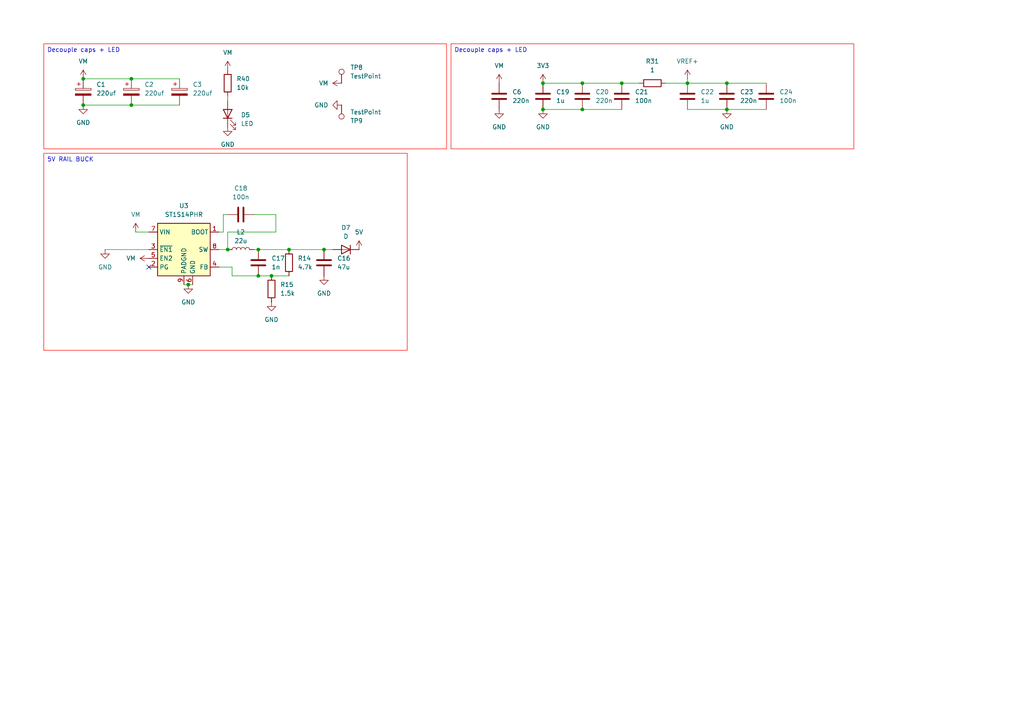
<source format=kicad_sch>
(kicad_sch (version 20231120) (generator "eeschema") (generator_version "8.0")
  (paper "A4")
  (lib_symbols
    (symbol "Connector:TestPoint" (pin_numbers hide) (pin_names (offset 0.762) hide)
      (property "Reference" "TP" (at 0 6.858 0))
      (property "Value" "TestPoint" (at 0 5.08 0))
      (symbol "TestPoint_0_1"
        (circle (center 0 3.302) (radius 0.762))
      )
      (symbol "TestPoint_1_1"
        (pin passive line (at 0 0 90) (length 2.54) (name "1") (number "1"))
      )
    )
    (symbol "Device:C" (pin_numbers hide) (pin_names (offset 0.254))
      (property "Reference" "C" (at 0.635 2.54 0))
      (property "Value" "C" (at 0.635 -2.54 0))
      (symbol "C_0_1"
        (polyline (pts (xy -2.032 -0.762) (xy 2.032 -0.762)) (stroke (width 0.508)))
        (polyline (pts (xy -2.032 0.762) (xy 2.032 0.762)) (stroke (width 0.508)))
      )
      (symbol "C_1_1"
        (pin passive line (at 0 3.81 270) (length 2.794) (name "~") (number "1"))
        (pin passive line (at 0 -3.81 90) (length 2.794) (name "~") (number "2"))
      )
    )
    (symbol "Device:C_Polarized" (pin_numbers hide) (pin_names (offset 0.254))
      (property "Reference" "C" (at 0.635 2.54 0))
      (property "Value" "C_Polarized" (at 0.635 -2.54 0))
      (symbol "C_Polarized_0_1"
        (rectangle (start -2.286 0.508) (end 2.286 1.016))
        (polyline (pts (xy -1.778 2.286) (xy -0.762 2.286)))
        (polyline (pts (xy -1.27 2.794) (xy -1.27 1.778)))
        (rectangle (start 2.286 -0.508) (end -2.286 -1.016) (fill (type outline)))
      )
      (symbol "C_Polarized_1_1"
        (pin passive line (at 0 3.81 270) (length 2.794) (name "~") (number "1"))
        (pin passive line (at 0 -3.81 90) (length 2.794) (name "~") (number "2"))
      )
    )
    (symbol "Device:D" (pin_numbers hide) (pin_names (offset 1.016) hide)
      (property "Reference" "D" (at 0 2.54 0))
      (property "Value" "D" (at 0 -2.54 0))
      (symbol "D_0_1"
        (polyline (pts (xy -1.27 1.27) (xy -1.27 -1.27)) (stroke (width 0.254)))
        (polyline (pts (xy 1.27 0) (xy -1.27 0)))
        (polyline (pts (xy 1.27 1.27) (xy 1.27 -1.27) (xy -1.27 0) (xy 1.27 1.27)) (stroke (width 0.254)))
      )
      (symbol "D_1_1"
        (pin passive line (at -3.81 0 0) (length 2.54) (name "K") (number "1"))
        (pin passive line (at 3.81 0 180) (length 2.54) (name "A") (number "2"))
      )
    )
    (symbol "Device:L" (pin_numbers hide) (pin_names (offset 1.016) hide)
      (property "Reference" "L" (at -1.27 0 90))
      (property "Value" "L" (at 1.905 0 90))
      (symbol "L_0_1"
        (arc (start 0 -2.54) (mid 0.6323 -1.905) (end 0 -1.27))
        (arc (start 0 -1.27) (mid 0.6323 -0.635) (end 0 0))
        (arc (start 0 0) (mid 0.6323 0.635) (end 0 1.27))
        (arc (start 0 1.27) (mid 0.6323 1.905) (end 0 2.54))
      )
      (symbol "L_1_1"
        (pin passive line (at 0 3.81 270) (length 1.27) (name "1") (number "1"))
        (pin passive line (at 0 -3.81 90) (length 1.27) (name "2") (number "2"))
      )
    )
    (symbol "Device:LED" (pin_numbers hide) (pin_names (offset 1.016) hide)
      (property "Reference" "D" (at 0 2.54 0))
      (property "Value" "LED" (at 0 -2.54 0))
      (symbol "LED_0_1"
        (polyline (pts (xy -1.27 -1.27) (xy -1.27 1.27)) (stroke (width 0.254)))
        (polyline (pts (xy -1.27 0) (xy 1.27 0)))
        (polyline (pts (xy 1.27 -1.27) (xy 1.27 1.27) (xy -1.27 0) (xy 1.27 -1.27)) (stroke (width 0.254)))
        (polyline (pts (xy -3.048 -0.762) (xy -4.572 -2.286) (xy -3.81 -2.286) (xy -4.572 -2.286) (xy -4.572 -1.524)))
        (polyline (pts (xy -1.778 -0.762) (xy -3.302 -2.286) (xy -2.54 -2.286) (xy -3.302 -2.286) (xy -3.302 -1.524)))
      )
      (symbol "LED_1_1"
        (pin passive line (at -3.81 0 0) (length 2.54) (name "K") (number "1"))
        (pin passive line (at 3.81 0 180) (length 2.54) (name "A") (number "2"))
      )
    )
    (symbol "Device:R" (pin_numbers hide) (pin_names (offset 0))
      (property "Reference" "R" (at 2.032 0 90))
      (property "Value" "R" (at 0 0 90))
      (symbol "R_0_1"
        (rectangle (start -1.016 -2.54) (end 1.016 2.54) (stroke (width 0.254)))
      )
      (symbol "R_1_1"
        (pin passive line (at 0 3.81 270) (length 1.27) (name "~") (number "1"))
        (pin passive line (at 0 -3.81 90) (length 1.27) (name "~") (number "2"))
      )
    )
    (symbol "Regulator_Switching:ST1S14PHR"
      (property "Reference" "U" (at -8.255 8.89 0))
      (property "Value" "ST1S14PHR" (at 0 8.89 0))
      (symbol "ST1S14PHR_0_1"
        (rectangle (start 7.62 7.62) (end -7.62 -7.62) (stroke (width 0.254)) (fill (type background)))
      )
      (symbol "ST1S14PHR_1_1"
        (pin input line (at 10.16 5.08 180) (length 2.54) (name "BOOT") (number "1"))
        (pin output line (at -10.16 -5.08 0) (length 2.54) (name "PG") (number "2"))
        (pin input line (at -10.16 0 0) (length 2.54) (name "~{EN1}") (number "3"))
        (pin input line (at 10.16 -5.08 180) (length 2.54) (name "FB") (number "4"))
        (pin input line (at -10.16 -2.54 0) (length 2.54) (name "EN2") (number "5"))
        (pin power_in line (at 2.54 -10.16 90) (length 2.54) (name "GND") (number "6"))
        (pin power_in line (at -10.16 5.08 0) (length 2.54) (name "VIN") (number "7"))
        (pin output line (at 10.16 0 180) (length 2.54) (name "SW") (number "8"))
        (pin power_in line (at 0 -10.16 90) (length 2.54) (name "PADGND") (number "9"))
      )
    )
    (symbol "power:GND" (power) (pin_numbers hide) (pin_names (offset 0) hide)
      (property "Value" "GND" (at 0 -3.81 0))
      (symbol "GND_0_1"
        (polyline (pts (xy 0 0) (xy 0 -1.27) (xy 1.27 -1.27) (xy 0 -2.54) (xy -1.27 -1.27) (xy 0 -1.27)))
      )
      (symbol "GND_1_1"
        (pin power_in line (at 0 0 270) (length 0) (name "~") (number "1"))
      )
    )
    (symbol "power:VCC" (power) (pin_numbers hide) (pin_names (offset 0) hide)
      (property "Value" "VCC" (at 0 3.556 0))
      (symbol "VCC_0_1"
        (polyline (pts (xy -0.762 1.27) (xy 0 2.54)))
        (polyline (pts (xy 0 0) (xy 0 2.54)))
        (polyline (pts (xy 0 2.54) (xy 0.762 1.27)))
      )
      (symbol "VCC_1_1"
        (pin power_in line (at 0 0 90) (length 0) (name "~") (number "1"))
      )
    )
  )
  (junction (at 38.1 22.86))
  (junction (at 54.61 82.55))
  (junction (at 83.82 72.39))
  (junction (at 199.39 24.13))
  (junction (at 180.34 24.13))
  (junction (at 78.74 80.01))
  (junction (at 74.93 72.39))
  (junction (at 38.1 30.48))
  (junction (at 157.48 31.75))
  (junction (at 168.91 24.13))
  (junction (at 93.98 72.39))
  (junction (at 24.13 30.48))
  (junction (at 66.04 72.39))
  (junction (at 210.82 24.13))
  (junction (at 74.93 80.01))
  (junction (at 24.13 22.86))
  (junction (at 210.82 31.75))
  (junction (at 168.91 31.75))
  (junction (at 157.48 24.13))
  (no_connect (at 43.18 77.47))
  (wire (pts (xy 30.48 72.39) (xy 43.18 72.39)))
  (wire (pts (xy 185.42 24.13) (xy 180.34 24.13)))
  (wire (pts (xy 24.13 22.86) (xy 38.1 22.86)))
  (wire (pts (xy 38.1 22.86) (xy 52.07 22.86)))
  (wire (pts (xy 24.13 30.48) (xy 38.1 30.48)))
  (wire (pts (xy 64.77 62.23) (xy 64.77 67.31)))
  (wire (pts (xy 66.04 27.94) (xy 66.04 29.21)))
  (wire (pts (xy 80.01 62.23) (xy 80.01 67.31)))
  (wire (pts (xy 193.04 24.13) (xy 199.39 24.13)))
  (wire (pts (xy 74.93 80.01) (xy 78.74 80.01)))
  (wire (pts (xy 157.48 31.75) (xy 168.91 31.75)))
  (wire (pts (xy 64.77 67.31) (xy 63.5 67.31)))
  (wire (pts (xy 63.5 77.47) (xy 67.31 77.47)))
  (wire (pts (xy 53.34 82.55) (xy 54.61 82.55)))
  (wire (pts (xy 67.31 77.47) (xy 67.31 80.01)))
  (wire (pts (xy 83.82 80.01) (xy 78.74 80.01)))
  (wire (pts (xy 66.04 67.31) (xy 66.04 72.39)))
  (wire (pts (xy 38.1 30.48) (xy 52.07 30.48)))
  (wire (pts (xy 168.91 24.13) (xy 180.34 24.13)))
  (wire (pts (xy 73.66 62.23) (xy 80.01 62.23)))
  (wire (pts (xy 73.66 72.39) (xy 74.93 72.39)))
  (wire (pts (xy 39.37 67.31) (xy 43.18 67.31)))
  (wire (pts (xy 210.82 31.75) (xy 222.25 31.75)))
  (wire (pts (xy 66.04 72.39) (xy 63.5 72.39)))
  (wire (pts (xy 199.39 24.13) (xy 199.39 22.86)))
  (wire (pts (xy 83.82 72.39) (xy 93.98 72.39)))
  (wire (pts (xy 66.04 62.23) (xy 64.77 62.23)))
  (wire (pts (xy 157.48 24.13) (xy 168.91 24.13)))
  (wire (pts (xy 199.39 31.75) (xy 210.82 31.75)))
  (wire (pts (xy 54.61 82.55) (xy 55.88 82.55)))
  (wire (pts (xy 168.91 31.75) (xy 180.34 31.75)))
  (wire (pts (xy 67.31 80.01) (xy 74.93 80.01)))
  (wire (pts (xy 80.01 67.31) (xy 66.04 67.31)))
  (wire (pts (xy 210.82 24.13) (xy 222.25 24.13)))
  (wire (pts (xy 96.52 72.39) (xy 93.98 72.39)))
  (wire (pts (xy 199.39 24.13) (xy 210.82 24.13)))
  (wire (pts (xy 74.93 72.39) (xy 83.82 72.39)))
  (text_box "Decouple caps + LED\n" (at 130.81 12.7 0) (size 116.84 30.48) (stroke (width 0) (color 255 7 0 1)) (effects (font (size 1.27 1.27)) (justify left top)))
  (text_box "Decouple caps + LED\n" (at 12.7 12.7 0) (size 116.84 30.48) (stroke (width 0) (color 255 7 0 1)) (effects (font (size 1.27 1.27)) (justify left top)))
  (text_box "5V RAIL BUCK" (at 12.7 44.45 0) (size 105.41 57.15) (stroke (width 0) (color 255 7 0 1)) (effects (font (size 1.27 1.27)) (justify left top)))
  (symbol (lib_id "Device:C") (at 69.85 62.23 90) (unit 1)
    (property "Reference" "C18" (at 69.85 54.61 90))
    (property "Value" "100n" (at 69.85 57.15 90))
    (property "Footprint" "Capacitor_SMD:C_0603_1608Metric_Pad1.08x0.95mm_HandSolder" (effects (hide yes)))
    (property "Description" "Unpolarized capacitor" (effects (hide yes)))
  )
  (symbol (lib_id "power:GND") (at 210.82 31.75 0) (unit 1)
    (property "Reference" "#PWR049" (effects (hide yes)))
    (property "Value" "GND" (at 210.82 36.83 0))
    (property "Description" "Power symbol creates a global label with name \"GND\" , ground" (effects (hide yes)))
  )
  (symbol (lib_id "power:GND") (at 54.61 82.55 0) (unit 1)
    (property "Reference" "#PWR034" (effects (hide yes)))
    (property "Value" "GND" (at 54.61 87.63 0))
    (property "Description" "Power symbol creates a global label with name \"GND\" , ground" (effects (hide yes)))
  )
  (symbol (lib_id "power:GND") (at 78.74 87.63 0) (unit 1)
    (property "Reference" "#PWR037" (effects (hide yes)))
    (property "Value" "GND" (at 78.74 92.71 0))
    (property "Description" "Power symbol creates a global label with name \"GND\" , ground" (effects (hide yes)))
  )
  (symbol (lib_id "power:VCC") (at 104.14 72.39 0) (unit 1)
    (property "Reference" "#PWR036" (effects (hide yes)))
    (property "Value" "5V" (at 104.14 67.31 0))
    (property "Description" "Power symbol creates a global label with name \"VCC\"" (effects (hide yes)))
  )
  (symbol (lib_id "power:GND") (at 66.04 36.83 0) (unit 1)
    (property "Reference" "#PWR060" (effects (hide yes)))
    (property "Value" "GND" (at 66.04 41.91 0))
    (property "Description" "Power symbol creates a global label with name \"GND\" , ground" (effects (hide yes)))
  )
  (symbol (lib_id "power:VCC") (at 199.39 22.86 0) (unit 1)
    (property "Reference" "#PWR048" (effects (hide yes)))
    (property "Value" "VREF+" (at 199.39 17.78 0))
    (property "Description" "Power symbol creates a global label with name \"VCC\"" (effects (hide yes)))
  )
  (symbol (lib_id "power:GND") (at 24.13 30.48 0) (unit 1)
    (property "Reference" "#PWR01" (effects (hide yes)))
    (property "Value" "GND" (at 24.13 35.56 0))
    (property "Description" "Power symbol creates a global label with name \"GND\" , ground" (effects (hide yes)))
  )
  (symbol (lib_id "Device:C") (at 93.98 76.2 0) (unit 1)
    (property "Reference" "C16" (at 97.79 74.9299 0) (effects (justify left)))
    (property "Value" "47u" (at 97.79 77.4699 0) (effects (justify left)))
    (property "Footprint" "Capacitor_SMD:C_0603_1608Metric_Pad1.08x0.95mm_HandSolder" (effects (hide yes)))
    (property "Description" "Unpolarized capacitor" (effects (hide yes)))
  )
  (symbol (lib_id "Device:D") (at 100.33 72.39 180) (unit 1)
    (property "Reference" "D7" (at 100.33 66.04 0))
    (property "Value" "D" (at 100.33 68.58 0))
    (property "Footprint" "Diode_SMD:D_0603_1608Metric_Pad1.05x0.95mm_HandSolder" (effects (hide yes)))
    (property "Description" "Diode" (effects (hide yes)))
    (property "Sim.Device" "D" (effects (hide yes)))
    (property "Sim.Pins" "1=K 2=A" (effects (hide yes)))
  )
  (symbol (lib_id "power:GND") (at 30.48 72.39 0) (unit 1)
    (property "Reference" "#PWR038" (effects (hide yes)))
    (property "Value" "GND" (at 30.48 77.47 0))
    (property "Description" "Power symbol creates a global label with name \"GND\" , ground" (effects (hide yes)))
  )
  (symbol (lib_id "Device:L") (at 69.85 72.39 90) (unit 1)
    (property "Reference" "L2" (at 69.85 67.31 90))
    (property "Value" "22u" (at 69.85 69.85 90))
    (property "Footprint" "Inductor_SMD_Wurth:L_Wurth_WE-LQSH-4020" (effects (hide yes)))
    (property "Description" "Inductor" (effects (hide yes)))
  )
  (symbol (lib_id "power:GND") (at 157.48 31.75 0) (unit 1)
    (property "Reference" "#PWR047" (effects (hide yes)))
    (property "Value" "GND" (at 157.48 36.83 0))
    (property "Description" "Power symbol creates a global label with name \"GND\" , ground" (effects (hide yes)))
  )
  (symbol (lib_id "power:GND") (at 93.98 80.01 0) (unit 1)
    (property "Reference" "#PWR033" (effects (hide yes)))
    (property "Value" "GND" (at 93.98 85.09 0))
    (property "Description" "Power symbol creates a global label with name \"GND\" , ground" (effects (hide yes)))
  )
  (symbol (lib_id "power:VCC") (at 66.04 20.32 0) (unit 1)
    (property "Reference" "#PWR059" (effects (hide yes)))
    (property "Value" "VM" (at 66.04 15.24 0))
    (property "Description" "Power symbol creates a global label with name \"VCC\"" (effects (hide yes)))
  )
  (symbol (lib_id "Device:C") (at 157.48 27.94 0) (unit 1)
    (property "Reference" "C19" (at 161.29 26.6699 0) (effects (justify left)))
    (property "Value" "1u" (at 161.29 29.2099 0) (effects (justify left)))
    (property "Footprint" "Capacitor_SMD:C_0603_1608Metric_Pad1.08x0.95mm_HandSolder" (effects (hide yes)))
    (property "Description" "Unpolarized capacitor" (effects (hide yes)))
  )
  (symbol (lib_id "Device:C_Polarized") (at 38.1 26.67 0) (unit 1)
    (property "Reference" "C2" (at 41.91 24.5109 0) (effects (justify left)))
    (property "Value" "220uf" (at 41.91 27.0509 0) (effects (justify left)))
    (property "Footprint" "Capacitor_SMD:CP_Elec_5x4.5" (effects (hide yes)))
    (property "Description" "Polarized capacitor" (effects (hide yes)))
  )
  (symbol (lib_id "power:GND") (at 99.06 30.48 270) (unit 1)
    (property "Reference" "#PWR064" (effects (hide yes)))
    (property "Value" "GND" (at 95.25 30.4799 90) (effects (justify right)))
    (property "Description" "Power symbol creates a global label with name \"GND\" , ground" (effects (hide yes)))
  )
  (symbol (lib_id "Device:C") (at 144.78 27.94 0) (unit 1)
    (property "Reference" "C6" (at 148.59 26.6699 0) (effects (justify left)))
    (property "Value" "220n" (at 148.59 29.2099 0) (effects (justify left)))
    (property "Footprint" "Capacitor_SMD:C_0603_1608Metric_Pad1.08x0.95mm_HandSolder" (effects (hide yes)))
    (property "Description" "Unpolarized capacitor" (effects (hide yes)))
  )
  (symbol (lib_id "Device:C") (at 210.82 27.94 0) (unit 1)
    (property "Reference" "C23" (at 214.63 26.6699 0) (effects (justify left)))
    (property "Value" "220n" (at 214.63 29.2099 0) (effects (justify left)))
    (property "Footprint" "Capacitor_SMD:C_0603_1608Metric_Pad1.08x0.95mm_HandSolder" (effects (hide yes)))
    (property "Description" "Unpolarized capacitor" (effects (hide yes)))
  )
  (symbol (lib_id "Device:LED") (at 66.04 33.02 90) (unit 1)
    (property "Reference" "D5" (at 69.85 33.3374 90) (effects (justify right)))
    (property "Value" "LED" (at 69.85 35.8774 90) (effects (justify right)))
    (property "Footprint" "Diode_SMD:D_0603_1608Metric_Pad1.05x0.95mm_HandSolder" (effects (hide yes)))
    (property "Description" "Light emitting diode" (effects (hide yes)))
  )
  (symbol (lib_id "power:VCC") (at 99.06 24.13 90) (unit 1)
    (property "Reference" "#PWR063" (effects (hide yes)))
    (property "Value" "VM" (at 95.25 24.1299 90) (effects (justify left)))
    (property "Description" "Power symbol creates a global label with name \"VCC\"" (effects (hide yes)))
  )
  (symbol (lib_id "power:VCC") (at 39.37 67.31 0) (unit 1)
    (property "Reference" "#PWR035" (effects (hide yes)))
    (property "Value" "VM" (at 39.37 62.23 0))
    (property "Description" "Power symbol creates a global label with name \"VCC\"" (effects (hide yes)))
  )
  (symbol (lib_id "Device:R") (at 83.82 76.2 0) (unit 1)
    (property "Reference" "R14" (at 86.36 74.9299 0) (effects (justify left)))
    (property "Value" "4.7k" (at 86.36 77.4699 0) (effects (justify left)))
    (property "Footprint" "Resistor_SMD:R_0603_1608Metric" (effects (hide yes)))
    (property "Description" "Resistor" (effects (hide yes)))
  )
  (symbol (lib_id "Device:R") (at 78.74 83.82 0) (unit 1)
    (property "Reference" "R15" (at 81.28 82.5499 0) (effects (justify left)))
    (property "Value" "1.5k" (at 81.28 85.0899 0) (effects (justify left)))
    (property "Footprint" "Resistor_SMD:R_0603_1608Metric" (effects (hide yes)))
    (property "Description" "Resistor" (effects (hide yes)))
  )
  (symbol (lib_id "Device:C") (at 199.39 27.94 0) (unit 1)
    (property "Reference" "C22" (at 203.2 26.6699 0) (effects (justify left)))
    (property "Value" "1u" (at 203.2 29.2099 0) (effects (justify left)))
    (property "Footprint" "Capacitor_SMD:C_0603_1608Metric_Pad1.08x0.95mm_HandSolder" (effects (hide yes)))
    (property "Description" "Unpolarized capacitor" (effects (hide yes)))
  )
  (symbol (lib_id "Device:C") (at 222.25 27.94 0) (unit 1)
    (property "Reference" "C24" (at 226.06 26.6699 0) (effects (justify left)))
    (property "Value" "100n" (at 226.06 29.2099 0) (effects (justify left)))
    (property "Footprint" "Capacitor_SMD:C_0603_1608Metric_Pad1.08x0.95mm_HandSolder" (effects (hide yes)))
    (property "Description" "Unpolarized capacitor" (effects (hide yes)))
  )
  (symbol (lib_id "Device:R") (at 189.23 24.13 90) (unit 1)
    (property "Reference" "R31" (at 189.23 17.78 90))
    (property "Value" "1" (at 189.23 20.32 90))
    (property "Footprint" "Resistor_SMD:R_0603_1608Metric" (effects (hide yes)))
    (property "Description" "Resistor" (effects (hide yes)))
  )
  (symbol (lib_id "Connector:TestPoint") (at 99.06 30.48 0) (mirror x) (unit 1)
    (property "Reference" "TP9" (at 101.6 35.0521 0) (effects (justify left)))
    (property "Value" "TestPoint" (at 101.6 32.5121 0) (effects (justify left)))
    (property "Footprint" "TestPoint:TestPoint_Pad_2.0x2.0mm" (effects (hide yes)))
    (property "Description" "test point" (effects (hide yes)))
  )
  (symbol (lib_id "power:VCC") (at 43.18 74.93 90) (unit 1)
    (property "Reference" "#PWR039" (effects (hide yes)))
    (property "Value" "VM" (at 39.37 74.9299 90) (effects (justify left)))
    (property "Description" "Power symbol creates a global label with name \"VCC\"" (effects (hide yes)))
  )
  (symbol (lib_id "Device:C") (at 74.93 76.2 0) (unit 1)
    (property "Reference" "C17" (at 78.74 74.9299 0) (effects (justify left)))
    (property "Value" "1n" (at 78.74 77.4699 0) (effects (justify left)))
    (property "Footprint" "Capacitor_SMD:C_0603_1608Metric_Pad1.08x0.95mm_HandSolder" (effects (hide yes)))
    (property "Description" "Unpolarized capacitor" (effects (hide yes)))
  )
  (symbol (lib_id "Device:C_Polarized") (at 24.13 26.67 0) (unit 1)
    (property "Reference" "C1" (at 27.94 24.5109 0) (effects (justify left)))
    (property "Value" "220uf" (at 27.94 27.0509 0) (effects (justify left)))
    (property "Footprint" "Capacitor_SMD:CP_Elec_5x4.5" (effects (hide yes)))
    (property "Description" "Polarized capacitor" (effects (hide yes)))
  )
  (symbol (lib_id "power:GND") (at 144.78 31.75 0) (unit 1)
    (property "Reference" "#PWR010" (effects (hide yes)))
    (property "Value" "GND" (at 144.78 36.83 0))
    (property "Description" "Power symbol creates a global label with name \"GND\" , ground" (effects (hide yes)))
  )
  (symbol (lib_id "Regulator_Switching:ST1S14PHR") (at 53.34 72.39 0) (unit 1)
    (property "Reference" "U3" (at 53.34 59.69 0))
    (property "Value" "ST1S14PHR" (at 53.34 62.23 0))
    (property "Footprint" "Package_SO:TI_SO-PowerPAD-8" (effects (hide yes)))
    (property "Datasheet" "http://www.st.com/internet/com/TECHNICAL_RESOURCES/TECHNICAL_LITERATURE/DATASHEET/CD00285678.pdf" (effects (hide yes)))
    (property "Description" "3A step-down switching regulator, Adjustable Output Voltage, 5.5-48V Input Voltage, 850kHz, PowerSO-8" (effects (hide yes)))
  )
  (symbol (lib_id "Device:C") (at 168.91 27.94 0) (unit 1)
    (property "Reference" "C20" (at 172.72 26.6699 0) (effects (justify left)))
    (property "Value" "220n" (at 172.72 29.2099 0) (effects (justify left)))
    (property "Footprint" "Capacitor_SMD:C_0603_1608Metric_Pad1.08x0.95mm_HandSolder" (effects (hide yes)))
    (property "Description" "Unpolarized capacitor" (effects (hide yes)))
  )
  (symbol (lib_id "Device:C_Polarized") (at 52.07 26.67 0) (unit 1)
    (property "Reference" "C3" (at 55.88 24.5109 0) (effects (justify left)))
    (property "Value" "220uf" (at 55.88 27.0509 0) (effects (justify left)))
    (property "Footprint" "Capacitor_SMD:CP_Elec_5x4.5" (effects (hide yes)))
    (property "Description" "Polarized capacitor" (effects (hide yes)))
  )
  (symbol (lib_id "power:VCC") (at 24.13 22.86 0) (unit 1)
    (property "Reference" "#PWR02" (effects (hide yes)))
    (property "Value" "VM" (at 24.13 17.78 0))
    (property "Description" "Power symbol creates a global label with name \"VCC\"" (effects (hide yes)))
  )
  (symbol (lib_id "Device:C") (at 180.34 27.94 0) (unit 1)
    (property "Reference" "C21" (at 184.15 26.6699 0) (effects (justify left)))
    (property "Value" "100n" (at 184.15 29.2099 0) (effects (justify left)))
    (property "Footprint" "Capacitor_SMD:C_0603_1608Metric_Pad1.08x0.95mm_HandSolder" (effects (hide yes)))
    (property "Description" "Unpolarized capacitor" (effects (hide yes)))
  )
  (symbol (lib_id "Connector:TestPoint") (at 99.06 24.13 0) (unit 1)
    (property "Reference" "TP8" (at 101.6 19.5579 0) (effects (justify left)))
    (property "Value" "TestPoint" (at 101.6 22.0979 0) (effects (justify left)))
    (property "Footprint" "TestPoint:TestPoint_Pad_2.0x2.0mm" (effects (hide yes)))
    (property "Description" "test point" (effects (hide yes)))
  )
  (symbol (lib_id "power:VCC") (at 157.48 24.13 0) (unit 1)
    (property "Reference" "#PWR046" (effects (hide yes)))
    (property "Value" "3V3" (at 157.48 19.05 0))
    (property "Description" "Power symbol creates a global label with name \"VCC\"" (effects (hide yes)))
  )
  (symbol (lib_id "Device:R") (at 66.04 24.13 0) (unit 1)
    (property "Reference" "R40" (at 68.58 22.8599 0) (effects (justify left)))
    (property "Value" "10k" (at 68.58 25.3999 0) (effects (justify left)))
    (property "Footprint" "Resistor_SMD:R_0603_1608Metric" (effects (hide yes)))
    (property "Description" "Resistor" (effects (hide yes)))
  )
  (symbol (lib_id "power:VCC") (at 144.78 24.13 0) (unit 1)
    (property "Reference" "#PWR09" (effects (hide yes)))
    (property "Value" "VM" (at 144.78 19.05 0))
    (property "Description" "Power symbol creates a global label with name \"VCC\"" (effects (hide yes)))
  )
)
</source>
